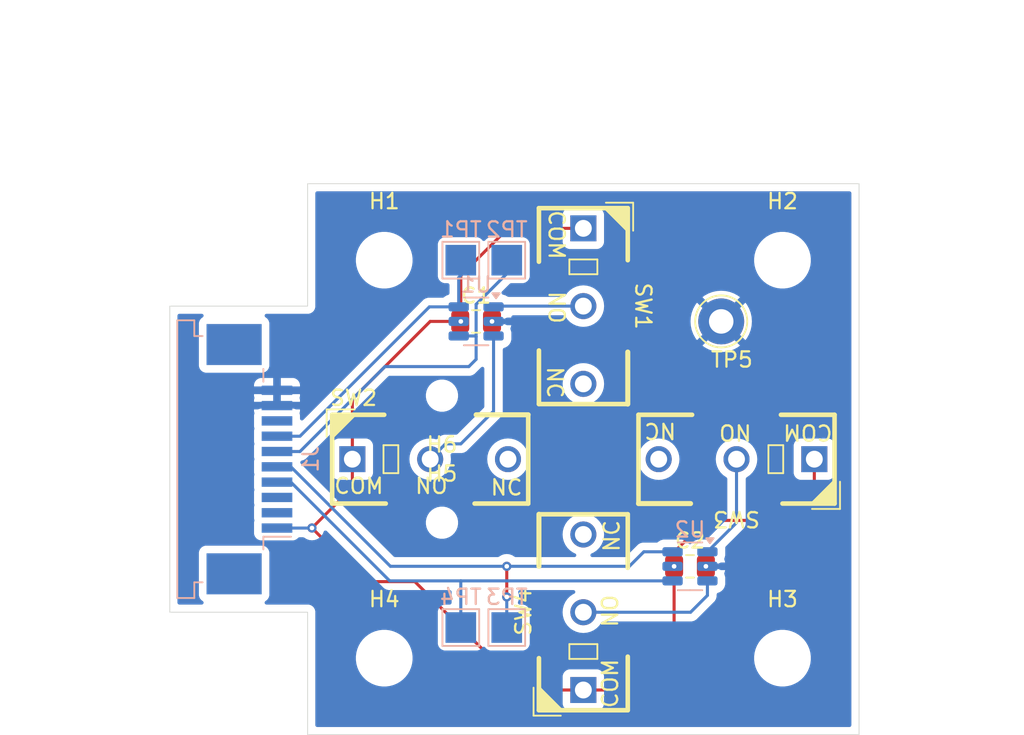
<source format=kicad_pcb>
(kicad_pcb (version 20240108) (generator "pcbnew") (generator_version "8.0")
  (layers (0 "F.Cu" signal) (31 "B.Cu" signal) (34 "B.Paste" user) (35 "F.Paste" user) (36 "B.SilkS" user "B.Silkscreen") (37 "F.SilkS" user "F.Silkscreen") (38 "B.Mask" user) (39 "F.Mask" user) (44 "Edge.Cuts" user))
  (net 0 "")
  (net 1 "GND")
  (net 2 "+5V")
  (net 6 "U2O1_3")
  (net 7 "U1O1_1")
  (net 8 "U1O2_2")
  (net 9 "U2O2_4")
  (net 10 "Net-(SW1-B)")
  (net 12 "Net-(SW2-B)")
  (net 14 "Net-(SW3-B)")
  (net 16 "Net-(SW4-B)")
  (footprint "MountingHole:MountingHole_3.2mm_M3_ISO7380" (layer "F.Cu") (at 137 67)
    (property "Reference" "H1" (at 0 -3.85 0) (layer "F.SilkS"))
    (property "Value" "MountingHole")
    (pad "" np_thru_hole circle (at 0 0) (size 3.2 3.2) (drill 3.2) (layers "*.Cu" "*.Mask"))
  )
  (footprint "MountingHole:MountingHole_3.2mm_M3_ISO7380" (layer "F.Cu") (at 163 67)
    (property "Reference" "H2" (at 0 -3.85 0) (layer "F.SilkS"))
    (property "Value" "MountingHole")
    (pad "" np_thru_hole circle (at 0 0) (size 3.2 3.2) (drill 3.2) (layers "*.Cu" "*.Mask"))
  )
  (footprint "Kailh_Switches:Kailh_GM_4_0_Microswitch" (layer "F.Cu") (at 160 80 180)
    (property "Reference" "SW3" (at 0 -3.9116 180) (layer "F.SilkS"))
    (property "Value" "SW_Push_SPDT" (hide yes))
    (fp_line (start 6.4 2.9) (end 2.9 2.9) (stroke (width 0.3)) (layer "F.SilkS"))
    (fp_line (start 6.4 -2.9) (end 6.4 2.9) (stroke (width 0.3)) (layer "F.SilkS"))
    (fp_line (start 6.4 -2.9) (end 3 -2.9) (stroke (width 0.33)) (layer "F.SilkS"))
    (fp_line (start -2.0828 0.9144) (end -3.048 0.9144) (stroke (width 0.12)) (layer "F.SilkS"))
    (fp_line (start -2.0828 -0.9144) (end -2.0828 0.9144) (stroke (width 0.12)) (layer "F.SilkS"))
    (fp_line (start -2.9 2.9) (end -6.4 2.9) (stroke (width 0.3)) (layer "F.SilkS"))
    (fp_line (start -3.048 0.9144) (end -3.048 -0.9144) (stroke (width 0.12)) (layer "F.SilkS"))
    (fp_line (start -3.048 -0.9144) (end -2.0828 -0.9144) (stroke (width 0.12)) (layer "F.SilkS"))
    (fp_line (start -6.4 -2.9) (end -3 -2.9) (stroke (width 0.3)) (layer "F.SilkS"))
    (fp_line (start -6.4 -2.9) (end -6.4 2.9) (stroke (width 0.3)) (layer "F.SilkS"))
    (fp_line (start -6.7564 -1.4732) (end -6.7564 -3.2512) (stroke (width 0.12)) (layer "F.SilkS"))
    (fp_line (start -6.7564 -3.2512) (end -4.9276 -3.2512) (stroke (width 0.12)) (layer "F.SilkS"))
    (fp_rect (start -6.4 -2.9) (end -4.7 -2.9) (stroke (width 0.12)) (fill none) (layer "F.SilkS"))
    (fp_poly (pts (xy -6.4008 -1.3716) (xy -6.4 -2.9) (xy -4.8768 -2.8956)) (stroke (width 0.12)) (fill solid) (layer "F.SilkS"))
    (fp_text user "COM" (at -6.35 2.3368 180) (layer "F.SilkS") (effects (justify left bottom)))
    (fp_text user "NC" (at 3.8608 2.4384 180) (layer "F.SilkS") (effects (justify left bottom)))
    (fp_text user "NO" (at -1.0668 2.3368 180) (layer "F.SilkS") (effects (justify left bottom)))
    (pad "1" thru_hole rect (at -5.08 0 180) (size 1.7 1.7) (drill 1.1) (layers "*.Cu" "*.Mask") (net 2 "+5V"))
    (pad "2" thru_hole circle (at 0 0 180) (size 1.7 1.7) (drill 1.1) (layers "*.Cu" "*.Mask") (net 14 "Net-(SW3-B)"))
    (pad "3" thru_hole circle (at 5.08 0 270) (size 1.7 1.7) (drill 1.1) (layers "*.Cu" "*.Mask"))
  )
  (footprint "My_Library:MountingHole_1.6mm" (layer "F.Cu") (at 140.77 75.85 180)
    (property "Reference" "H6" (at 0 -3.2 180) (layer "F.SilkS"))
    (property "Value" "MountingHole")
    (pad "" np_thru_hole circle (at 0 0 180) (size 1.6 1.6) (drill 1.6) (layers "F&B.Cu" "*.Mask"))
  )
  (footprint "MountingHole:MountingHole_3.2mm_M3_ISO7380" (layer "F.Cu") (at 163 93)
    (property "Reference" "H3" (at 0 -3.85 0) (layer "F.SilkS"))
    (property "Value" "MountingHole")
    (pad "" np_thru_hole circle (at 0 0) (size 3.2 3.2) (drill 3.2) (layers "*.Cu" "*.Mask"))
  )
  (footprint "Kailh_Switches:Kailh_GM_4_0_Microswitch" (layer "F.Cu") (at 150 70 -90)
    (property "Reference" "SW1" (at 0 -3.9116 -90) (layer "F.SilkS"))
    (property "Value" "SW_Push_SPDT" (hide yes))
    (fp_line (start -2.9 2.9) (end -6.4 2.9) (stroke (width 0.3)) (layer "F.SilkS"))
    (fp_line (start 6.4 2.9) (end 2.9 2.9) (stroke (width 0.3)) (layer "F.SilkS"))
    (fp_line (start -3.048 0.9144) (end -3.048 -0.9144) (stroke (width 0.12)) (layer "F.SilkS"))
    (fp_line (start -2.0828 0.9144) (end -3.048 0.9144) (stroke (width 0.12)) (layer "F.SilkS"))
    (fp_line (start -3.048 -0.9144) (end -2.0828 -0.9144) (stroke (width 0.12)) (layer "F.SilkS"))
    (fp_line (start -2.0828 -0.9144) (end -2.0828 0.9144) (stroke (width 0.12)) (layer "F.SilkS"))
    (fp_line (start -6.7564 -1.4732) (end -6.7564 -3.2512) (stroke (width 0.12)) (layer "F.SilkS"))
    (fp_line (start -6.4 -2.9) (end -6.4 2.9) (stroke (width 0.3)) (layer "F.SilkS"))
    (fp_line (start -6.4 -2.9) (end -3 -2.9) (stroke (width 0.3)) (layer "F.SilkS"))
    (fp_line (start 6.4 -2.9) (end 6.4 2.9) (stroke (width 0.3)) (layer "F.SilkS"))
    (fp_line (start 6.4 -2.9) (end 3 -2.9) (stroke (width 0.33)) (layer "F.SilkS"))
    (fp_line (start -6.7564 -3.2512) (end -4.9276 -3.2512) (stroke (width 0.12)) (layer "F.SilkS"))
    (fp_rect (start -6.4 -2.9) (end -4.7 -2.9) (stroke (width 0.12)) (fill none) (layer "F.SilkS"))
    (fp_poly (pts (xy -6.4008 -1.3716) (xy -6.4 -2.9) (xy -4.8768 -2.8956)) (stroke (width 0.12)) (fill solid) (layer "F.SilkS"))
    (fp_text user "NO" (at -1.0668 2.3368 -90) (layer "F.SilkS") (effects (justify left bottom)))
    (fp_text user "COM" (at -6.35 2.3368 -90) (layer "F.SilkS") (effects (justify left bottom)))
    (fp_text user "NC" (at 3.8608 2.4384 -90) (layer "F.SilkS") (effects (justify left bottom)))
    (pad "1" thru_hole rect (at -5.08 0 270) (size 1.7 1.7) (drill 1.1) (layers "*.Cu" "*.Mask") (net 2 "+5V"))
    (pad "2" thru_hole circle (at 0 0 270) (size 1.7 1.7) (drill 1.1) (layers "*.Cu" "*.Mask") (net 10 "Net-(SW1-B)"))
    (pad "3" thru_hole circle (at 5.08 0) (size 1.7 1.7) (drill 1.1) (layers "*.Cu" "*.Mask"))
  )
  (footprint "My_Library:MountingHole_1.6mm" (layer "F.Cu") (at 140.77 84.15)
    (property "Reference" "H5" (at 0 -3.2 0) (layer "F.SilkS"))
    (property "Value" "MountingHole")
    (pad "" np_thru_hole circle (at 0 0) (size 1.6 1.6) (drill 1.6) (layers "F&B.Cu" "*.Mask"))
  )
  (footprint "TestPoint:TestPoint_Loop_D2.60mm_Drill1.6mm_Beaded" (layer "F.Cu") (at 159 71)
    (property "Reference" "TP5" (at 0.7 2.5 0) (layer "F.SilkS"))
    (property "Value" "TestPoint")
    (fp_circle (center 0 0) (end 1.7 0) (stroke (width 0.12)) (fill none) (layer "F.SilkS"))
    (pad "1" thru_hole circle (at 0 0) (size 3 3) (drill 1.6) (layers "*.Cu" "*.Mask") (net 1 "GND"))
  )
  (footprint "Capacitor_SMD:C_0805_2012Metric_Pad1.18x1.45mm_HandSolder" (layer "F.Cu") (at 143 71)
    (property "Reference" "C1" (at 0 -1.68 0) (layer "F.SilkS"))
    (property "Value" "C")
    (fp_line (start -0.261252 -0.735) (end 0.261252 -0.735) (stroke (width 0.12)) (layer "F.SilkS"))
    (fp_line (start -0.261252 0.735) (end 0.261252 0.735) (stroke (width 0.12)) (layer "F.SilkS"))
    (pad "1" smd roundrect (at -1.0375 0) (size 1.175 1.45) (layers "F.Cu" "F.Paste" "F.Mask") (roundrect_rratio 0.212766) (net 2 "+5V"))
    (pad "2" smd roundrect (at 1.0375 0) (size 1.175 1.45) (layers "F.Cu" "F.Paste" "F.Mask") (roundrect_rratio 0.212766) (net 1 "GND"))
  )
  (footprint "Capacitor_SMD:C_0805_2012Metric_Pad1.18x1.45mm_HandSolder" (layer "F.Cu") (at 156.9625 87)
    (property "Reference" "C2" (at 0 -1.68 0) (layer "F.SilkS"))
    (property "Value" "C")
    (fp_line (start -0.261252 -0.735) (end 0.261252 -0.735) (stroke (width 0.12)) (layer "F.SilkS"))
    (fp_line (start -0.261252 0.735) (end 0.261252 0.735) (stroke (width 0.12)) (layer "F.SilkS"))
    (pad "1" smd roundrect (at -1.0375 0) (size 1.175 1.45) (layers "F.Cu" "F.Paste" "F.Mask") (roundrect_rratio 0.212766) (net 2 "+5V"))
    (pad "2" smd roundrect (at 1.0375 0) (size 1.175 1.45) (layers "F.Cu" "F.Paste" "F.Mask") (roundrect_rratio 0.212766) (net 1 "GND"))
  )
  (footprint "MountingHole:MountingHole_3.2mm_M3_ISO7380" (layer "F.Cu") (at 137 93)
    (property "Reference" "H4" (at 0 -3.85 0) (layer "F.SilkS"))
    (property "Value" "MountingHole")
    (pad "" np_thru_hole circle (at 0 0) (size 3.2 3.2) (drill 3.2) (layers "*.Cu" "*.Mask"))
  )
  (footprint "Kailh_Switches:Kailh_GM_4_0_Microswitch" (layer "F.Cu") (at 140 80)
    (property "Reference" "SW2" (at -5 -4 0) (layer "F.SilkS"))
    (property "Value" "SW_Push_SPDT" (hide yes))
    (fp_line (start -6.7564 -3.2512) (end -4.9276 -3.2512) (stroke (width 0.12)) (layer "F.SilkS"))
    (fp_line (start -6.7564 -1.4732) (end -6.7564 -3.2512) (stroke (width 0.12)) (layer "F.SilkS"))
    (fp_line (start -6.4 -2.9) (end -6.4 2.9) (stroke (width 0.3)) (layer "F.SilkS"))
    (fp_line (start -6.4 -2.9) (end -3 -2.9) (stroke (width 0.3)) (layer "F.SilkS"))
    (fp_line (start -3.048 -0.9144) (end -2.0828 -0.9144) (stroke (width 0.12)) (layer "F.SilkS"))
    (fp_line (start -3.048 0.9144) (end -3.048 -0.9144) (stroke (width 0.12)) (layer "F.SilkS"))
    (fp_line (start -2.9 2.9) (end -6.4 2.9) (stroke (width 0.3)) (layer "F.SilkS"))
    (fp_line (start -2.0828 -0.9144) (end -2.0828 0.9144) (stroke (width 0.12)) (layer "F.SilkS"))
    (fp_line (start -2.0828 0.9144) (end -3.048 0.9144) (stroke (width 0.12)) (layer "F.SilkS"))
    (fp_line (start 6.4 -2.9) (end 3 -2.9) (stroke (width 0.33)) (layer "F.SilkS"))
    (fp_line (start 6.4 -2.9) (end 6.4 2.9) (stroke (width 0.3)) (layer "F.SilkS"))
    (fp_line (start 6.4 2.9) (end 2.9 2.9) (stroke (width 0.3)) (layer "F.SilkS"))
    (fp_rect (start -6.4 -2.9) (end -4.7 -2.9) (stroke (width 0.12)) (fill none) (layer "F.SilkS"))
    (fp_poly (pts (xy -6.4008 -1.3716) (xy -6.4 -2.9) (xy -4.8768 -2.8956)) (stroke (width 0.12)) (fill solid) (layer "F.SilkS"))
    (fp_text user "NO" (at -1.0668 2.3368 0) (layer "F.SilkS") (effects (justify left bottom)))
    (fp_text user "COM" (at -6.35 2.3368 0) (layer "F.SilkS") (effects (justify left bottom)))
    (fp_text user "NC" (at 3.8608 2.4384 0) (layer "F.SilkS") (effects (justify left bottom)))
    (pad "1" thru_hole rect (at -5.08 0) (size 1.7 1.7) (drill 1.1) (layers "*.Cu" "*.Mask") (net 2 "+5V"))
    (pad "2" thru_hole circle (at 0 0) (size 1.7 1.7) (drill 1.1) (layers "*.Cu" "*.Mask") (net 12 "Net-(SW2-B)"))
    (pad "3" thru_hole circle (at 5.08 0 90) (size 1.7 1.7) (drill 1.1) (layers "*.Cu" "*.Mask"))
  )
  (footprint "Kailh_Switches:Kailh_GM_4_0_Microswitch" (layer "F.Cu") (at 150 90 90)
    (property "Reference" "SW4" (at 0 -3.9116 90) (layer "F.SilkS"))
    (property "Value" "SW_Push_SPDT" (hide yes))
    (fp_line (start -6.7564 -3.2512) (end -4.9276 -3.2512) (stroke (width 0.12)) (layer "F.SilkS"))
    (fp_line (start 6.4 -2.9) (end 3 -2.9) (stroke (width 0.33)) (layer "F.SilkS"))
    (fp_line (start 6.4 -2.9) (end 6.4 2.9) (stroke (width 0.3)) (layer "F.SilkS"))
    (fp_line (start -6.4 -2.9) (end -3 -2.9) (stroke (width 0.3)) (layer "F.SilkS"))
    (fp_line (start -6.4 -2.9) (end -6.4 2.9) (stroke (width 0.3)) (layer "F.SilkS"))
    (fp_line (start -6.7564 -1.4732) (end -6.7564 -3.2512) (stroke (width 0.12)) (layer "F.SilkS"))
    (fp_line (start -2.0828 -0.9144) (end -2.0828 0.9144) (stroke (width 0.12)) (layer "F.SilkS"))
    (fp_line (start -3.048 -0.9144) (end -2.0828 -0.9144) (stroke (width 0.12)) (layer "F.SilkS"))
    (fp_line (start -2.0828 0.9144) (end -3.048 0.9144) (stroke (width 0.12)) (layer "F.SilkS"))
    (fp_line (start -3.048 0.9144) (end -3.048 -0.9144) (stroke (width 0.12)) (layer "F.SilkS"))
    (fp_line (start 6.4 2.9) (end 2.9 2.9) (stroke (width 0.3)) (layer "F.SilkS"))
    (fp_line (start -2.9 2.9) (end -6.4 2.9) (stroke (width 0.3)) (layer "F.SilkS"))
    (fp_rect (start -6.4 -2.9) (end -4.7 -2.9) (stroke (width 0.12)) (fill none) (layer "F.SilkS"))
    (fp_poly (pts (xy -6.4008 -1.3716) (xy -6.4 -2.9) (xy -4.8768 -2.8956)) (stroke (width 0.12)) (fill solid) (layer "F.SilkS"))
    (fp_text user "NO" (at -1.0668 2.3368 90) (layer "F.SilkS") (effects (justify left bottom)))
    (fp_text user "COM" (at -6.35 2.3368 90) (layer "F.SilkS") (effects (justify left bottom)))
    (fp_text user "NC" (at 3.8608 2.4384 90) (layer "F.SilkS") (effects (justify left bottom)))
    (pad "1" thru_hole rect (at -5.08 0 90) (size 1.7 1.7) (drill 1.1) (layers "*.Cu" "*.Mask") (net 2 "+5V"))
    (pad "2" thru_hole circle (at 0 0 90) (size 1.7 1.7) (drill 1.1) (layers "*.Cu" "*.Mask") (net 16 "Net-(SW4-B)"))
    (pad "3" thru_hole circle (at 5.08 0 180) (size 1.7 1.7) (drill 1.1) (layers "*.Cu" "*.Mask"))
  )
  (footprint "TestPoint:TestPoint_Pad_2.0x2.0mm" (layer "B.Cu") (at 145 91 180)
    (property "Reference" "TP3" (at 0 1.998 180) (layer "B.SilkS") (effects (justify mirror)))
    (property "Value" "TestPoint")
    (fp_line (start 1.2 1.2) (end -1.2 1.2) (stroke (width 0.12)) (layer "B.SilkS"))
    (fp_line (start 1.2 -1.2) (end 1.2 1.2) (stroke (width 0.12)) (layer "B.SilkS"))
    (fp_line (start -1.2 1.2) (end -1.2 -1.2) (stroke (width 0.12)) (layer "B.SilkS"))
    (fp_line (start -1.2 -1.2) (end 1.2 -1.2) (stroke (width 0.12)) (layer "B.SilkS"))
    (pad "1" smd rect (at 0 0 180) (size 2 2) (layers "B.Cu" "B.Mask") (net 6 "U2O1_3"))
  )
  (footprint "TestPoint:TestPoint_Pad_2.0x2.0mm" (layer "B.Cu") (at 145 67 180)
    (property "Reference" "TP2" (at 0 1.998 180) (layer "B.SilkS") (effects (justify mirror)))
    (property "Value" "TestPoint")
    (fp_line (start 1.2 1.2) (end -1.2 1.2) (stroke (width 0.12)) (layer "B.SilkS"))
    (fp_line (start 1.2 -1.2) (end 1.2 1.2) (stroke (width 0.12)) (layer "B.SilkS"))
    (fp_line (start -1.2 1.2) (end -1.2 -1.2) (stroke (width 0.12)) (layer "B.SilkS"))
    (fp_line (start -1.2 -1.2) (end 1.2 -1.2) (stroke (width 0.12)) (layer "B.SilkS"))
    (pad "1" smd rect (at 0 0 180) (size 2 2) (layers "B.Cu" "B.Mask") (net 8 "U1O2_2"))
  )
  (footprint "Connector_FFC-FPC:TE_1-84952-0_1x10-1MP_P1.0mm_Horizontal" (layer "B.Cu") (at 128.2 80 90)
    (property "Reference" "J1" (at 0 4 -90) (layer "B.SilkS") (effects (justify mirror)))
    (property "Value" "Conn_01x10")
    (fp_line (start 9.07 -4.71) (end 9.07 -3.6) (stroke (width 0.12)) (layer "B.SilkS"))
    (fp_line (start -9.07 -4.71) (end 9.07 -4.71) (stroke (width 0.12)) (layer "B.SilkS"))
    (fp_line (start 9.07 -3.6) (end 8.045 -3.6) (stroke (width 0.12)) (layer "B.SilkS"))
    (fp_line (start 8.045 -3.6) (end 8.045 -3.06) (stroke (width 0.12)) (layer "B.SilkS"))
    (fp_line (start -8.045 -3.6) (end -9.07 -3.6) (stroke (width 0.12)) (layer "B.SilkS"))
    (fp_line (start -9.07 -3.6) (end -9.07 -4.71) (stroke (width 0.12)) (layer "B.SilkS"))
    (fp_line (start -8.045 -3.06) (end -8.045 -3.6) (stroke (width 0.12)) (layer "B.SilkS"))
    (fp_line (start 5.89 0.91) (end 5.065 0.91) (stroke (width 0.12)) (layer "B.SilkS"))
    (fp_line (start -5.065 0.91) (end -5.89 0.91) (stroke (width 0.12)) (layer "B.SilkS"))
    (fp_line (start -5.065 2.71) (end -5.065 0.91) (stroke (width 0.12)) (layer "B.SilkS"))
    (pad "1" smd rect (at -4.5 1.8 90) (size 0.61 2) (layers "B.Cu" "B.Paste" "B.Mask") (net 2 "+5V"))
    (pad "2" smd rect (at -3.5 1.8 90) (size 0.61 2) (layers "B.Cu" "B.Paste" "B.Mask"))
    (pad "3" smd rect (at -2.5 1.8 90) (size 0.61 2) (layers "B.Cu" "B.Paste" "B.Mask"))
    (pad "4" smd rect (at -1.5 1.8 90) (size 0.61 2) (layers "B.Cu" "B.Paste" "B.Mask") (net 9 "U2O2_4"))
    (pad "5" smd rect (at -0.5 1.8 90) (size 0.61 2) (layers "B.Cu" "B.Paste" "B.Mask") (net 6 "U2O1_3"))
    (pad "6" smd rect (at 0.5 1.8 90) (size 0.61 2) (layers "B.Cu" "B.Paste" "B.Mask") (net 8 "U1O2_2"))
    (pad "7" smd rect (at 1.5 1.8 90) (size 0.61 2) (layers "B.Cu" "B.Paste" "B.Mask") (net 7 "U1O1_1"))
    (pad "8" smd rect (at 2.5 1.8 90) (size 0.61 2) (layers "B.Cu" "B.Paste" "B.Mask"))
    (pad "9" smd rect (at 3.5 1.8 90) (size 0.61 2) (layers "B.Cu" "B.Paste" "B.Mask") (net 1 "GND"))
    (pad "10" smd rect (at 4.5 1.8 90) (size 0.61 2) (layers "B.Cu" "B.Paste" "B.Mask") (net 1 "GND"))
    (pad "MP" smd rect (at -7.49 -1 90) (size 2.68 3.6) (layers "B.Cu" "B.Paste" "B.Mask"))
    (pad "MP" smd rect (at 7.49 -1 90) (size 2.68 3.6) (layers "B.Cu" "B.Paste" "B.Mask"))
  )
  (footprint "Package_TO_SOT_SMD:SOT-23-6" (layer "B.Cu") (at 143 71 180)
    (property "Reference" "U1" (at 0 2.4 180) (layer "B.SilkS") (effects (justify mirror)))
    (property "Value" "MAX6817")
    (fp_line (start 0.8 1.56) (end 0 1.56) (stroke (width 0.12)) (layer "B.SilkS"))
    (fp_line (start 0.8 -1.56) (end 0 -1.56) (stroke (width 0.12)) (layer "B.SilkS"))
    (fp_line (start -0.8 1.56) (end 0 1.56) (stroke (width 0.12)) (layer "B.SilkS"))
    (fp_line (start -0.8 -1.56) (end 0 -1.56) (stroke (width 0.12)) (layer "B.SilkS"))
    (fp_poly (pts (xy -1.3 1.51) (xy -1.54 1.84) (xy -1.06 1.84) (xy -1.3 1.51)) (stroke (width 0.12)) (fill solid) (layer "B.SilkS"))
    (pad "1" smd roundrect (at -1.1375 0.95 180) (size 1.325 0.6) (layers "B.Cu" "B.Paste" "B.Mask") (net 10 "Net-(SW1-B)"))
    (pad "2" smd roundrect (at -1.1375 0 180) (size 1.325 0.6) (layers "B.Cu" "B.Paste" "B.Mask") (net 1 "GND"))
    (pad "3" smd roundrect (at -1.1375 -0.95 180) (size 1.325 0.6) (layers "B.Cu" "B.Paste" "B.Mask") (net 12 "Net-(SW2-B)"))
    (pad "4" smd roundrect (at 1.1375 -0.95 180) (size 1.325 0.6) (layers "B.Cu" "B.Paste" "B.Mask") (net 8 "U1O2_2"))
    (pad "5" smd roundrect (at 1.1375 0 180) (size 1.325 0.6) (layers "B.Cu" "B.Paste" "B.Mask") (net 2 "+5V"))
    (pad "6" smd roundrect (at 1.1375 0.95 180) (size 1.325 0.6) (layers "B.Cu" "B.Paste" "B.Mask") (net 7 "U1O1_1"))
  )
  (footprint "TestPoint:TestPoint_Pad_2.0x2.0mm" (layer "B.Cu") (at 142 67 180)
    (property "Reference" "TP1" (at 0 1.998 180) (layer "B.SilkS") (effects (justify mirror)))
    (property "Value" "TestPoint")
    (fp_line (start 1.2 1.2) (end -1.2 1.2) (stroke (width 0.12)) (layer "B.SilkS"))
    (fp_line (start 1.2 -1.2) (end 1.2 1.2) (stroke (width 0.12)) (layer "B.SilkS"))
    (fp_line (start -1.2 1.2) (end -1.2 -1.2) (stroke (width 0.12)) (layer "B.SilkS"))
    (fp_line (start -1.2 -1.2) (end 1.2 -1.2) (stroke (width 0.12)) (layer "B.SilkS"))
    (pad "1" smd rect (at 0 0 180) (size 2 2) (layers "B.Cu" "B.Mask") (net 7 "U1O1_1"))
  )
  (footprint "Package_TO_SOT_SMD:SOT-23-6" (layer "B.Cu") (at 156.9625 87 180)
    (property "Reference" "U2" (at 0 2.4 180) (layer "B.SilkS") (effects (justify mirror)))
    (property "Value" "MAX6817")
    (fp_line (start 0.8 1.56) (end 0 1.56) (stroke (width 0.12)) (layer "B.SilkS"))
    (fp_line (start 0.8 -1.56) (end 0 -1.56) (stroke (width 0.12)) (layer "B.SilkS"))
    (fp_line (start -0.8 1.56) (end 0 1.56) (stroke (width 0.12)) (layer "B.SilkS"))
    (fp_line (start -0.8 -1.56) (end 0 -1.56) (stroke (width 0.12)) (layer "B.SilkS"))
    (fp_poly (pts (xy -1.3 1.51) (xy -1.54 1.84) (xy -1.06 1.84) (xy -1.3 1.51)) (stroke (width 0.12)) (fill solid) (layer "B.SilkS"))
    (pad "1" smd roundrect (at -1.1375 0.95 180) (size 1.325 0.6) (layers "B.Cu" "B.Paste" "B.Mask") (net 14 "Net-(SW3-B)"))
    (pad "2" smd roundrect (at -1.1375 0 180) (size 1.325 0.6) (layers "B.Cu" "B.Paste" "B.Mask") (net 1 "GND"))
    (pad "3" smd roundrect (at -1.1375 -0.95 180) (size 1.325 0.6) (layers "B.Cu" "B.Paste" "B.Mask") (net 16 "Net-(SW4-B)"))
    (pad "4" smd roundrect (at 1.1375 -0.95 180) (size 1.325 0.6) (layers "B.Cu" "B.Paste" "B.Mask") (net 9 "U2O2_4"))
    (pad "5" smd roundrect (at 1.1375 0 180) (size 1.325 0.6) (layers "B.Cu" "B.Paste" "B.Mask") (net 2 "+5V"))
    (pad "6" smd roundrect (at 1.1375 0.95 180) (size 1.325 0.6) (layers "B.Cu" "B.Paste" "B.Mask") (net 6 "U2O1_3"))
  )
  (footprint "TestPoint:TestPoint_Pad_2.0x2.0mm" (layer "B.Cu") (at 142 91 180)
    (property "Reference" "TP4" (at 0 1.998 180) (layer "B.SilkS") (effects (justify mirror)))
    (property "Value" "TestPoint")
    (fp_line (start 1.2 1.2) (end -1.2 1.2) (stroke (width 0.12)) (layer "B.SilkS"))
    (fp_line (start 1.2 -1.2) (end 1.2 1.2) (stroke (width 0.12)) (layer "B.SilkS"))
    (fp_line (start -1.2 1.2) (end -1.2 -1.2) (stroke (width 0.12)) (layer "B.SilkS"))
    (fp_line (start -1.2 -1.2) (end 1.2 -1.2) (stroke (width 0.12)) (layer "B.SilkS"))
    (pad "1" smd rect (at 0 0 180) (size 2 2) (layers "B.Cu" "B.Mask") (net 9 "U2O2_4"))
  )
  (gr_poly (pts (xy 168 98) (xy 132 98) (xy 132 90) (xy 123 90) (xy 123 70) (xy 132 70) (xy 132 62) (xy 168 62)) (stroke (width 0.05)) (fill none) (layer "Edge.Cuts"))
  (via (at 158 87) (size 0.6) (drill 0.3) (layers "F.Cu" "B.Cu") (net 1))
  (via (at 144.0375 71) (size 0.6) (drill 0.3) (layers "F.Cu" "B.Cu") (net 1))
  (segment (start 158.1 87) (end 158 87) (width 0.2) (layer "B.Cu") (net 1))
  (segment (start 134.97 70.95) (end 134.92 71) (width 0.2) (layer "B.Cu") (net 1))
  (segment (start 144.1375 71) (end 144.0375 71) (width 0.2) (layer "B.Cu") (net 1))
  (segment (start 158 84) (end 164 84) (width 0.2) (layer "F.Cu") (net 2))
  (segment (start 140 71) (end 142 71) (width 0.2) (layer "F.Cu") (net 2))
  (segment (start 142 71) (end 142 68) (width 0.2) (layer "F.Cu") (net 2))
  (segment (start 134.92 76.08) (end 140 71) (width 0.2) (layer "F.Cu") (net 2))
  (segment (start 134.92 81.857699) (end 134.92 80) (width 0.2) (layer "F.Cu") (net 2))
  (segment (start 150 95.08) (end 152.92 95.08) (width 0.2) (layer "F.Cu") (net 2))
  (segment (start 152.92 95.08) (end 155.925 92.075) (width 0.2) (layer "F.Cu") (net 2))
  (segment (start 164 84) (end 165.08 82.92) (width 0.2) (layer "F.Cu") (net 2))
  (segment (start 134.92 80) (end 134.92 76.08) (width 0.2) (layer "F.Cu") (net 2))
  (segment (start 155.925 92.075) (end 155.925 87) (width 0.2) (layer "F.Cu") (net 2))
  (segment (start 139 88) (end 146.08 95.08) (width 0.2) (layer "F.Cu") (net 2))
  (segment (start 155.925 87) (end 155.925 86.075) (width 0.2) (layer "F.Cu") (net 2))
  (segment (start 132.28229 84.495409) (end 135.786881 88) (width 0.2) (layer "F.Cu") (net 2))
  (segment (start 155.925 86.075) (end 158 84) (width 0.2) (layer "F.Cu") (net 2))
  (segment (start 142 68) (end 145.08 64.92) (width 0.2) (layer "F.Cu") (net 2))
  (segment (start 165.08 82.92) (end 165.08 80) (width 0.2) (layer "F.Cu") (net 2))
  (segment (start 145.08 64.92) (end 150 64.92) (width 0.2) (layer "F.Cu") (net 2))
  (segment (start 146.08 95.08) (end 150 95.08) (width 0.2) (layer "F.Cu") (net 2))
  (segment (start 132.28229 84.495409) (end 134.92 81.857699) (width 0.2) (layer "F.Cu") (net 2))
  (segment (start 135.786881 88) (end 139 88) (width 0.2) (layer "F.Cu") (net 2))
  (via (at 155.925 87) (size 0.6) (drill 0.3) (layers "F.Cu" "B.Cu") (net 2))
  (via (at 142 71) (size 0.6) (drill 0.3) (layers "F.Cu" "B.Cu") (net 2))
  (via (at 132.28229 84.495409) (size 0.6) (drill 0.3) (layers "F.Cu" "B.Cu") (net 2))
  (segment (start 130 84.5) (end 132.277699 84.5) (width 0.2) (layer "B.Cu") (net 2))
  (segment (start 132.277699 84.5) (end 132.28229 84.495409) (width 0.2) (layer "B.Cu") (net 2))
  (segment (start 145 89) (end 145 87) (width 0.2) (layer "F.Cu") (net 6))
  (via (at 145 87) (size 0.6) (drill 0.3) (layers "F.Cu" "B.Cu") (net 6))
  (via (at 145 89) (size 0.6) (drill 0.3) (layers "F.Cu" "B.Cu") (net 6))
  (segment (start 155.825 86.05) (end 153.95 86.05) (width 0.2) (layer "B.Cu") (net 6))
  (segment (start 137.405 87) (end 130.905 80.5) (width 0.2) (layer "B.Cu") (net 6))
  (segment (start 145 91) (end 145 89) (width 0.2) (layer "B.Cu") (net 6))
  (segment (start 153 87) (end 145 87) (width 0.2) (layer "B.Cu") (net 6))
  (segment (start 130.905 80.5) (end 130 80.5) (width 0.2) (layer "B.Cu") (net 6))
  (segment (start 153.95 86.05) (end 153 87) (width 0.2) (layer "B.Cu") (net 6))
  (segment (start 145 87) (end 137.405 87) (width 0.2) (layer "B.Cu") (net 6))
  (segment (start 131.5 78.5) (end 139.95 70.05) (width 0.2) (layer "B.Cu") (net 7))
  (segment (start 130 78.5) (end 131.5 78.5) (width 0.2) (layer "B.Cu") (net 7))
  (segment (start 141.8625 68.1375) (end 141.8625 70.05) (width 0.2) (layer "B.Cu") (net 7))
  (segment (start 139.95 70.05) (end 141.8625 70.05) (width 0.2) (layer "B.Cu") (net 7))
  (segment (start 142 67) (end 142 68) (width 0.2) (layer "B.Cu") (net 7))
  (segment (start 142 68) (end 141.8625 68.1375) (width 0.2) (layer "B.Cu") (net 7))
  (segment (start 145 67.884448) (end 145 67) (width 0.2) (layer "B.Cu") (net 8))
  (segment (start 137.05 73.95) (end 142.524999 73.95) (width 0.2) (layer "B.Cu") (net 8))
  (segment (start 131.5 79.5) (end 137.05 73.95) (width 0.2) (layer "B.Cu") (net 8))
  (segment (start 143 69.884448) (end 145 67.884448) (width 0.2) (layer "B.Cu") (net 8))
  (segment (start 143 73.474999) (end 143 72) (width 0.2) (layer "B.Cu") (net 8))
  (segment (start 143 72) (end 143 69.884448) (width 0.2) (layer "B.Cu") (net 8))
  (segment (start 142 71.9125) (end 141.8625 72.05) (width 0.2) (layer "B.Cu") (net 8))
  (segment (start 130 79.5) (end 131.5 79.5) (width 0.2) (layer "B.Cu") (net 8))
  (segment (start 141.8625 71.95) (end 142.95 71.95) (width 0.2) (layer "B.Cu") (net 8))
  (segment (start 142.524999 73.95) (end 143 73.474999) (width 0.2) (layer "B.Cu") (net 8))
  (segment (start 142.95 71.95) (end 143 72) (width 0.2) (layer "B.Cu") (net 8))
  (segment (start 142 87.95) (end 137.355 87.95) (width 0.2) (layer "B.Cu") (net 9))
  (segment (start 155.825 87.95) (end 142 87.95) (width 0.2) (layer "B.Cu") (net 9))
  (segment (start 130.905 81.5) (end 130 81.5) (width 0.2) (layer "B.Cu") (net 9))
  (segment (start 142 91) (end 142 87.95) (width 0.2) (layer "B.Cu") (net 9))
  (segment (start 137.355 87.95) (end 130.905 81.5) (width 0.2) (layer "B.Cu") (net 9))
  (segment (start 144.1875 70) (end 144.1375 70.05) (width 0.2) (layer "B.Cu") (net 10))
  (segment (start 150 70) (end 144.1875 70) (width 0.2) (layer "B.Cu") (net 10))
  (segment (start 141 79) (end 142 79) (width 0.2) (layer "B.Cu") (net 12))
  (segment (start 142 79) (end 144.1375 76.8625) (width 0.2) (layer "B.Cu") (net 12))
  (segment (start 144.1375 76.8625) (end 144.1375 71.95) (width 0.2) (layer "B.Cu") (net 12))
  (segment (start 140 80) (end 141 79) (width 0.2) (layer "B.Cu") (net 12))
  (segment (start 158.1 86.05) (end 160 84.15) (width 0.2) (layer "B.Cu") (net 14))
  (segment (start 160 84.15) (end 160 80) (width 0.2) (layer "B.Cu") (net 14))
  (segment (start 158.1 88.9) (end 157 90) (width 0.2) (layer "B.Cu") (net 16))
  (segment (start 158.1 87.95) (end 158.1 88.9) (width 0.2) (layer "B.Cu") (net 16))
  (segment (start 157 90) (end 150 90) (width 0.2) (layer "B.Cu") (net 16))
  (zone (net 1) (net_name "GND") (layer "B.Cu") (connect_pads (clearance 0.5)) (min_thickness 0.25) (fill yes (thermal_gap 0.5) (thermal_bridge_width 0.5))
    (polygon (pts (xy 123 70) (xy 132 70) (xy 132 62) (xy 168 62) (xy 168 98) (xy 132 98) (xy 132 90) (xy 123 90)))
  )
)
</source>
